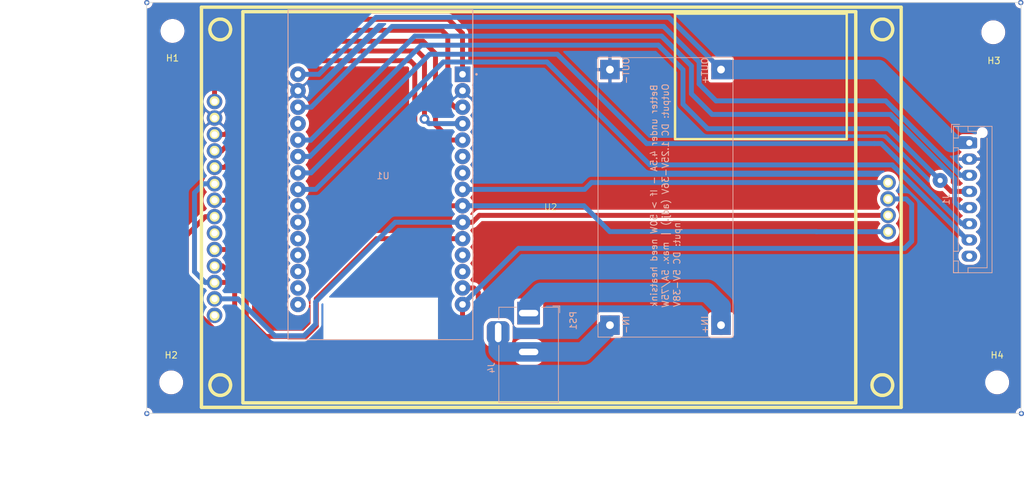
<source format=kicad_pcb>
(kicad_pcb (version 20221018) (generator pcbnew)
  (layers (0 "F.Cu" signal) (31 "B.Cu" signal) (34 "B.Paste" user) (35 "F.Paste" user) (36 "B.SilkS" user "B.Silkscreen") (37 "F.SilkS" user "F.Silkscreen") (38 "B.Mask" user) (39 "F.Mask" user) (44 "Edge.Cuts" user))
  (net 0 "")
  (net 1 "/CLK SD{slash}TFT{slash}TOUCH")
  (net 2 "/MISO SD{slash}TFT{slash}TOUCH")
  (net 3 "/MOSI SD{slash}TFT{slash}TOUCH")
  (net 4 "/CS SD")
  (net 5 "VCC")
  (net 6 "GND1")
  (net 7 "/CS TFT")
  (net 8 "/RST TFT")
  (net 9 "/D{slash}C TFT")
  (net 10 "/CS TOUCH")
  (net 11 "/PEN")
  (net 12 "+5V")
  (net 13 "+12V")
  (net 14 "GND")
  (net 19 "/SERVO")
  (net 20 "/LED DATA PIN")
  (net 22 "/LED CLK PIN")
  (net 23 "/LED CS PIN")
  (net 24 "/LDR")
  (net 33 "/BACK_LIGHT")
  (footprint "MountingHole:MountingHole_3.2mm_M3" (layer "F.Cu") (at 87.802 122.822)
    (fp_text reference "H2" (at 0 -4.2) (layer "F.SilkS"))
    (fp_text value "MountingHole" hide)
    (pad "" np_thru_hole circle (at 0 0) (size 3.2 3.2) (drill 3.2) (layers "*.Cu" "*.Mask"))
  )
  (footprint "MountingHole:MountingHole_3.2mm_M3" (layer "F.Cu") (at 215.302 122.822)
    (fp_text reference "H4" (at 0 -4.2) (layer "F.SilkS"))
    (fp_text value "MountingHole" hide)
    (pad "" np_thru_hole circle (at 0 0) (size 3.2 3.2) (drill 3.2) (layers "*.Cu" "*.Mask"))
  )
  (footprint "MountingHole:MountingHole_3.2mm_M3" (layer "F.Cu") (at 214.702 68.722)
    (fp_text reference "H3" (at 0.1 4.4) (layer "F.SilkS"))
    (fp_text value "MountingHole" hide)
    (pad "" np_thru_hole circle (at 0 0) (size 3.2 3.2) (drill 3.2) (layers "*.Cu" "*.Mask"))
  )
  (footprint "MountingHole:MountingHole_3.2mm_M3" (layer "F.Cu") (at 88.002 68.522)
    (fp_text reference "H1" (at 0 4.2) (layer "F.SilkS"))
    (fp_text value "MountingHole" hide)
    (pad "" np_thru_hole circle (at 0 0) (size 3.2 3.2) (drill 3.2) (layers "*.Cu" "*.Mask"))
  )
  (footprint "ILI9488:ILI9488" (layer "F.Cu") (at 146.476 95.84)
    (fp_text reference "U2" (at -0.1 -0.1 unlocked) (layer "F.SilkS") (effects (font (thickness 0.1))))
    (fp_text value "ILI9488")
    (fp_line (start -54 -31) (end -54 30.85) (stroke (width 0.5)) (layer "F.SilkS"))
    (fp_line (start -54 -31) (end -54 30.85) (stroke (width 0.5)) (layer "F.SilkS"))
    (fp_line (start -54 30.85) (end 54 30.85) (stroke (width 0.5)) (layer "F.SilkS"))
    (fp_line (start -54 30.85) (end 54 30.85) (stroke (width 0.5)) (layer "F.SilkS"))
    (fp_line (start -47.6 -30.3) (end -47.6 30.15) (stroke (width 0.5)) (layer "F.SilkS"))
    (fp_line (start -47.6 -30.3) (end -47.6 30.15) (stroke (width 0.5)) (layer "F.SilkS"))
    (fp_line (start -47.6 30.15) (end 47 30.15) (stroke (width 0.5)) (layer "F.SilkS"))
    (fp_line (start -47.6 30.15) (end 47 30.15) (stroke (width 0.5)) (layer "F.SilkS"))
    (fp_line (start 19.1 -30) (end 19.1 -10.6) (stroke (width 0.35)) (layer "F.SilkS"))
    (fp_line (start 19.1 -30) (end 19.1 -10.6) (stroke (width 0.35)) (layer "F.SilkS"))
    (fp_line (start 19.1 -10.6) (end 45.6 -10.6) (stroke (width 0.35)) (layer "F.SilkS"))
    (fp_line (start 19.1 -10.6) (end 45.6 -10.6) (stroke (width 0.35)) (layer "F.SilkS"))
    (fp_line (start 45.6 -30) (end 19.1 -30) (stroke (width 0.35)) (layer "F.SilkS"))
    (fp_line (start 45.6 -30) (end 19.1 -30) (stroke (width 0.35)) (layer "F.SilkS"))
    (fp_line (start 45.6 -10.6) (end 45.6 -30) (stroke (width 0.35)) (layer "F.SilkS"))
    (fp_line (start 45.6 -10.6) (end 45.6 -30) (stroke (width 0.35)) (layer "F.SilkS"))
    (fp_line (start 47 -30.3) (end -47.6 -30.3) (stroke (width 0.5)) (layer "F.SilkS"))
    (fp_line (start 47 -30.3) (end -47.6 -30.3) (stroke (width 0.5)) (layer "F.SilkS"))
    (fp_line (start 47 30.15) (end 47 -30.3) (stroke (width 0.5)) (layer "F.SilkS"))
    (fp_line (start 47 30.15) (end 47 -30.3) (stroke (width 0.5)) (layer "F.SilkS"))
    (fp_line (start 54 -31) (end -54 -31) (stroke (width 0.5)) (layer "F.SilkS"))
    (fp_line (start 54 -31) (end -54 -31) (stroke (width 0.5)) (layer "F.SilkS"))
    (fp_line (start 54 30.85) (end 54 -31) (stroke (width 0.5)) (layer "F.SilkS"))
    (fp_line (start 54 30.85) (end 54 -31) (stroke (width 0.5)) (layer "F.SilkS"))
    (fp_circle (center -51.98 -16.48) (end -51.48 -16.48) (stroke (width 0.5)) (fill none) (layer "F.SilkS"))
    (fp_circle (center -51.98 -16.48) (end -51.48 -16.48) (stroke (width 0.5)) (fill none) (layer "F.SilkS"))
    (fp_circle (center -51.98 -13.926) (end -51.48 -13.926) (stroke (width 0.5)) (fill none) (layer "F.SilkS"))
    (fp_circle (center -51.98 -13.926) (end -51.48 -13.926) (stroke (width 0.5)) (fill none) (layer "F.SilkS"))
    (fp_circle (center -51.98 -11.372) (end -51.48 -11.372) (stroke (width 0.5)) (fill none) (layer "F.SilkS"))
    (fp_circle (center -51.98 -11.372) (end -51.48 -11.372) (stroke (width 0.5)) (fill none) (layer "F.SilkS"))
    (fp_circle (center -51.98 -8.818) (end -51.48 -8.818) (stroke (width 0.5)) (fill none) (layer "F.SilkS"))
    (fp_circle (center -51.98 -8.818) (end -51.48 -8.818) (stroke (width 0.5)) (fill none) (layer "F.SilkS"))
    (fp_circle (center -51.98 -6.264) (end -51.48 -6.264) (stroke (width 0.5)) (fill none) (layer "F.SilkS"))
    (fp_circle (center -51.98 -6.264) (end -51.48 -6.264) (stroke (width 0.5)) (fill none) (layer "F.SilkS"))
    (fp_circle (center -51.98 -3.71) (end -51.48 -3.71) (stroke (width 0.5)) (fill none) (layer "F.SilkS"))
    (fp_circle (center -51.98 -3.71) (end -51.48 -3.71) (stroke (width 0.5)) (fill none) (layer "F.SilkS"))
    (fp_circle (center -51.98 -1.156) (end -51.48 -1.156) (stroke (width 0.5)) (fill none) (layer "F.SilkS"))
    (fp_circle (center -51.98 -1.156) (end -51.48 -1.156) (stroke (width 0.5)) (fill none) (layer "F.SilkS"))
    (fp_circle (center -51.98 1.398) (end -51.48 1.398) (stroke (width 0.5)) (fill none) (layer "F.SilkS"))
    (fp_circle (center -51.98 1.398) (end -51.48 1.398) (stroke (width 0.5)) (fill none) (layer "F.SilkS"))
    (fp_circle (center -51.98 3.952) (end -51.48 3.952) (stroke (width 0.5)) (fill none) (layer "F.SilkS"))
    (fp_circle (center -51.98 3.952) (end -51.48 3.952) (stroke (width 0.5)) (fill none) (layer "F.SilkS"))
    (fp_circle (center -51.98 6.506) (end -51.48 6.506) (stroke (width 0.5)) (fill none) (layer "F.SilkS"))
    (fp_circle (center -51.98 6.506) (end -51.48 6.506) (stroke (width 0.5)) (fill none) (layer "F.SilkS"))
    (fp_circle (center -51.98 9.06) (end -51.48 9.06) (stroke (width 0.5)) (fill none) (layer "F.SilkS"))
    (fp_circle (center -51.98 9.06) (end -51.48 9.06) (stroke (width 0.5)) (fill none) (layer "F.SilkS"))
    (fp_circle (center -51.98 11.614) (end -51.48 11.614) (stroke (width 0.5)) (fill none) (layer "F.SilkS"))
    (fp_circle (center -51.98 11.614) (end -51.48 11.614) (stroke (width 0.5)) (fill none) (layer "F.SilkS"))
    (fp_circle (center -51.98 14.168) (end -51.48 14.168) (stroke (width 0.5)) (fill none) (layer "F.SilkS"))
    (fp_circle (center -51.98 14.168) (end -51.48 14.168) (stroke (width 0.5)) (fill none) (layer "F.SilkS"))
    (fp_circle (center -51.98 16.722) (end -51.48 16.722) (stroke (width 0.5)) (fill none) (layer "F.SilkS"))
    (fp_circle (center -51.98 16.722) (end -51.48 16.722) (stroke (width 0.5)) (fill none) (layer "F.SilkS"))
    (fp_circle (center -51.1 -27.55) (end -49.5 -27.55) (stroke (width 0.5)) (fill none) (layer "F.SilkS"))
    (fp_circle (center -51.1 -27.55) (end -49.5 -27.55) (stroke (width 0.5)) (fill none) (layer "F.SilkS"))
    (fp_circle (center -51.1 27.4) (end -49.5 27.4) (stroke (width 0.5)) (fill none) (layer "F.SilkS"))
    (fp_circle (center -51.1 27.4) (end -49.5 27.4) (stroke (width 0.5)) (fill none) (layer "F.SilkS"))
    (fp_circle (center 51.1 -27.55) (end 52.7 -27.55) (stroke (width 0.5)) (fill none) (layer "F.SilkS"))
    (fp_circle (center 51.1 -27.55) (end 52.7 -27.55) (stroke (width 0.5)) (fill none) (layer "F.SilkS"))
    (fp_circle (center 51.1 27.4) (end 52.7 27.4) (stroke (width 0.5)) (fill none) (layer "F.SilkS"))
    (fp_circle (center 51.1 27.4) (end 52.7 27.4) (stroke (width 0.5)) (fill none) (layer "F.SilkS"))
    (fp_circle (center 51.98 -3.88) (end 52.48 -3.88) (stroke (width 0.5)) (fill none) (layer "F.SilkS"))
    (fp_circle (center 51.98 -3.88) (end 52.48 -3.88) (stroke (width 0.5)) (fill none) (layer "F.SilkS"))
    (fp_circle (center 51.98 -1.34) (end 52.48 -1.34) (stroke (width 0.5)) (fill none) (layer "F.SilkS"))
    (fp_circle (center 51.98 -1.34) (end 52.48 -1.34) (stroke (width 0.5)) (fill none) (layer "F.SilkS"))
    (fp_circle (center 51.98 1.2) (end 52.48 1.2) (stroke (width 0.5)) (fill none) (layer "F.SilkS"))
    (fp_circle (center 51.98 1.2) (end 52.48 1.2) (stroke (width 0.5)) (fill none) (layer "F.SilkS"))
    (fp_circle (center 51.98 3.74) (end 52.48 3.74) (stroke (width 0.5)) (fill none) (layer "F.SilkS"))
    (fp_circle (center 51.98 3.74) (end 52.48 3.74) (stroke (width 0.5)) (fill none) (layer "F.SilkS"))
    (pad "1" thru_hole circle (at -51.98 -16.405) (size 2.4 2.4) (drill 1) (layers "*.Cu" "*.Mask") (net 5 "VCC"))
    (pad "2" thru_hole circle (at -51.98 -13.86) (size 2.4 2.4) (drill 1) (layers "*.Cu" "*.Mask") (net 6 "GND1"))
    (pad "3" thru_hole circle (at -51.98 -11.32) (size 2.4 2.4) (drill 1) (layers "*.Cu" "*.Mask") (net 7 "/CS TFT"))
    (pad "4" thru_hole circle (at -51.98 -8.78) (size 2.4 2.4) (drill 1) (layers "*.Cu" "*.Mask") (net 8 "/RST TFT"))
    (pad "5" thru_hole circle (at -51.98 -6.24) (size 2.4 2.4) (drill 1) (layers "*.Cu" "*.Mask") (net 9 "/D{slash}C TFT"))
    (pad "6" thru_hole circle (at -51.98 -3.7) (size 2.4 2.4) (drill 1) (layers "*.Cu" "*.Mask") (net 3 "/MOSI SD{slash}TFT{slash}TOUCH"))
    (pad "7" thru_hole circle (at -51.98 -1.16) (size 2.4 2.4) (drill 1) (layers "*.Cu" "*.Mask") (net 1 "/CLK SD{slash}TFT{slash}TOUCH"))
    (pad "8" thru_hole circle (at -51.98 1.38) (size 2.4 2.4) (drill 1) (layers "*.Cu" "*.Mask") (net 33 "/BACK_LIGHT"))
    (pad "9" thru_hole circle (at -51.98 3.92) (size 2.4 2.4) (drill 1) (layers "*.Cu" "*.Mask"))
    (pad "10" thru_hole circle (at -51.98 6.46) (size 2.4 2.4) (drill 1) (layers "*.Cu" "*.Mask") (net 1 "/CLK SD{slash}TFT{slash}TOUCH"))
    (pad "11" thru_hole circle (at -51.98 9) (size 2.4 2.4) (drill 1) (layers "*.Cu" "*.Mask") (net 10 "/CS TOUCH"))
    (pad "12" thru_hole circle (at -51.98 11.54) (size 2.4 2.4) (drill 1) (layers "*.Cu" "*.Mask") (net 3 "/MOSI SD{slash}TFT{slash}TOUCH"))
    (pad "13" thru_hole circle (at -51.98 14.08) (size 2.4 2.4) (drill 1) (layers "*.Cu" "*.Mask") (net 2 "/MISO SD{slash}TFT{slash}TOUCH"))
    (pad "14" thru_hole circle (at -51.98 16.62) (size 2.4 2.4) (drill 1) (layers "*.Cu" "*.Mask") (net 11 "/PEN"))
    (pad "15" thru_hole circle (at 51.98 -3.9) (size 2.4 2.4) (drill 1) (layers "*.Cu" "*.Mask") (net 4 "/CS SD"))
    (pad "16" thru_hole circle (at 51.98 -1.36) (size 2.4 2.4) (drill 1) (layers "*.Cu" "*.Mask") (net 3 "/MOSI SD{slash}TFT{slash}TOUCH"))
    (pad "17" thru_hole circle (at 51.98 1.18) (size 2.4 2.4) (drill 1) (layers "*.Cu" "*.Mask") (net 2 "/MISO SD{slash}TFT{slash}TOUCH"))
    (pad "18" thru_hole circle (at 52 3.7) (size 2.4 2.4) (drill 1) (layers "*.Cu" "*.Mask") (net 1 "/CLK SD{slash}TFT{slash}TOUCH"))
  )
  (footprint "BARRELJACK:BarrelJack_Horizontal" (layer "B.Cu") (at 142.976 112.12 90)
    (fp_text reference "J4" (at -8.45 -5.75 90) (layer "B.SilkS") (effects (justify mirror)))
    (fp_text value "BarrelJack")
    (fp_line (start -13.8 -4.6) (end -13.8 4.6) (stroke (width 0.12)) (layer "B.SilkS"))
    (fp_line (start -13.8 4.6) (end 0.9 4.6) (stroke (width 0.12)) (layer "B.SilkS"))
    (fp_line (start -5 -4.6) (end -13.8 -4.6) (stroke (width 0.12)) (layer "B.SilkS"))
    (fp_line (start 0.05 4.8) (end 1.1 4.8) (stroke (width 0.12)) (layer "B.SilkS"))
    (fp_line (start 0.9 -4.6) (end -1 -4.6) (stroke (width 0.12)) (layer "B.SilkS"))
    (fp_line (start 0.9 -1.9) (end 0.9 -4.6) (stroke (width 0.12)) (layer "B.SilkS"))
    (fp_line (start 0.9 4.6) (end 0.9 2) (stroke (width 0.12)) (layer "B.SilkS"))
    (fp_line (start 1.1 3.75) (end 1.1 4.8) (stroke (width 0.12)) (layer "B.SilkS"))
    (pad "1" thru_hole rect (at 0 0 90) (size 3.5 3.5) (drill oval 1 3) (layers "*.Cu" "*.Mask") (net 13 "+12V"))
    (pad "2" thru_hole roundrect (at -6 0 90) (size 3 3.5) (drill oval 1 3) (layers "*.Cu" "*.Mask") (net 14 "GND"))
    (pad "3" thru_hole roundrect (at -3 -4.7 90) (size 3.5 3.5) (drill oval 3 1) (layers "*.Cu" "*.Mask") (net 14 "GND"))
  )
  (footprint "XL4005:XL4005_DC-DC_SinAgujeros" (layer "B.Cu") (at 153.688 115.824 90)
    (fp_text reference "PS1" (at 2.54 -3.81 90) (layer "B.SilkS") (effects (justify mirror)))
    (fp_text value "XL4005_DC-DC")
    (fp_text user "Output: DC 1.25V-36V (adj.) | max. 5A/75W" (at 21.844 10.414 90) (layer "B.SilkS") (effects (justify mirror)))
    (fp_text user "OUT-" (at 41.148 4.318 90) (layer "B.SilkS") (effects (justify mirror)))
    (fp_text user "IN+" (at 1.905 16.51 90) (layer "B.SilkS") (effects (justify mirror)))
    (fp_text user "IN-" (at 1.905 4.318 90) (layer "B.SilkS") (effects (justify mirror)))
    (fp_text user "OUT+" (at 41.148 16.51 90) (layer "B.SilkS") (effects (justify mirror)))
    (fp_text user "Better under 4.5A - If > 50W need heatsink" (at 21.844 8.636 90) (layer "B.SilkS") (effects (justify mirror)))
    (fp_text user "Input: DC 5V-38V" (at 11.43 12.192 90) (layer "B.SilkS") (effects (justify mirror)))
    (fp_line (start 0 0) (end 0 20.828) (stroke (width 0.12)) (layer "B.SilkS"))
    (fp_line (start 0 20.828) (end 43.18 20.828) (stroke (width 0.12)) (layer "B.SilkS"))
    (fp_line (start 43.18 0) (end 0 0) (stroke (width 0.12)) (layer "B.SilkS"))
    (fp_line (start 43.18 20.828) (end 43.18 0) (stroke (width 0.12)) (layer "B.SilkS"))
    (pad "1" thru_hole rect (at 1.8415 18.9865 90) (size 3 3) (drill 1.2) (layers "*.Cu" "*.Mask") (net 13 "+12V"))
    (pad "2" thru_hole rect (at 1.8415 1.8415 90) (size 3 3) (drill 1.2) (layers "*.Cu" "*.Mask") (net 14 "GND"))
    (pad "3" thru_hole rect (at 41.3385 18.9865 90) (size 3 3) (drill 1.2) (layers "*.Cu" "*.Mask") (net 12 "+5V"))
    (pad "4" thru_hole rect (at 41.3385 1.8415 90) (size 3 3) (drill 1.2) (layers "*.Cu" "*.Mask") (net 6 "GND1"))
  )
  (footprint "ESP32-DEVKIT-V1:MODULE_ESP32_DEVKIT_V1_SinAgujeros" (layer "B.Cu") (at 120.076 90.735 180)
    (fp_text reference "U1" (at -0.426 -0.187) (layer "B.SilkS") (effects (justify mirror)))
    (fp_text value "ESP32-DEVKIT-V1")
    (fp_line (start -14.28 -25.475) (end -14.28 25.475) (stroke (width 0.127)) (layer "B.SilkS"))
    (fp_line (start -14.28 -25.475) (end -14.28 25.475) (stroke (width 0.127)) (layer "B.SilkS"))
    (fp_line (start -14.28 -25.475) (end -8.91 -25.475) (stroke (width 0.127)) (layer "B.SilkS"))
    (fp_line (start -14.28 25.475) (end -3.211 25.475) (stroke (width 0.127)) (layer "B.SilkS"))
    (fp_line (start -14.28 25.475) (end 14.23 25.475) (stroke (width 0.127)) (layer "B.SilkS"))
    (fp_line (start -8.91 -25.475) (end 8.78 -25.475) (stroke (width 0.127)) (layer "B.SilkS"))
    (fp_line (start -3.211 25.475) (end 3.5 25.475) (stroke (width 0.127)) (layer "B.SilkS"))
    (fp_line (start 3.5 25.475) (end 14.23 25.475) (stroke (width 0.127)) (layer "B.SilkS"))
    (fp_line (start 8.78 -25.475) (end 14.23 -25.475) (stroke (width 0.127)) (layer "B.SilkS"))
    (fp_line (start 14.23 -25.475) (end -14.28 -25.475) (stroke (width 0.127)) (layer "B.SilkS"))
    (fp_line (start 14.23 25.475) (end 14.23 -25.475) (stroke (width 0.127)) (layer "B.SilkS"))
    (fp_line (start 14.23 25.475) (end 14.23 -25.475) (stroke (width 0.127)) (layer "B.SilkS"))
    (fp_circle (center -14.85 15.515) (end -14.75 15.515) (stroke (width 0.2)) (fill none) (layer "B.SilkS"))
    (pad "1" thru_hole rect (at -12.7 15.515 180) (size 2.4 2.4) (drill 1.02) (layers "*.Cu" "*.Mask") (net 5 "VCC"))
    (pad "2" thru_hole circle (at -12.7 12.975 180) (size 2.4 2.4) (drill 1.02) (layers "*.Cu" "*.Mask") (net 6 "GND1"))
    (pad "3" thru_hole circle (at -12.7 10.435 180) (size 2.4 2.4) (drill 1.02) (layers "*.Cu" "*.Mask") (net 7 "/CS TFT"))
    (pad "4" thru_hole circle (at -12.7 7.895 180) (size 2.4 2.4) (drill 1.02) (layers "*.Cu" "*.Mask") (net 9 "/D{slash}C TFT"))
    (pad "5" thru_hole circle (at -12.7 5.355 180) (size 2.4 2.4) (drill 1.02) (layers "*.Cu" "*.Mask") (net 8 "/RST TFT"))
    (pad "6" thru_hole circle (at -12.7 2.815 180) (size 2.4 2.4) (drill 1.02) (layers "*.Cu" "*.Mask"))
    (pad "7" thru_hole circle (at -12.7 0.275 180) (size 2.4 2.4) (drill 1.02) (layers "*.Cu" "*.Mask"))
    (pad "8" thru_hole circle (at -12.7 -2.265 180) (size 2.4 2.4) (drill 1.02) (layers "*.Cu" "*.Mask") (net 4 "/CS SD"))
    (pad "9" thru_hole circle (at -12.7 -4.805 180) (size 2.4 2.4) (drill 1.02) (layers "*.Cu" "*.Mask") (net 1 "/CLK SD{slash}TFT{slash}TOUCH"))
    (pad "10" thru_hole circle (at -12.7 -7.345 180) (size 2.4 2.4) (drill 1.02) (layers "*.Cu" "*.Mask") (net 2 "/MISO SD{slash}TFT{slash}TOUCH"))
    (pad "11" thru_hole circle (at -12.7 -9.885 180) (size 2.4 2.4) (drill 1.02) (layers "*.Cu" "*.Mask") (net 10 "/CS TOUCH"))
    (pad "12" thru_hole circle (at -12.7 -12.425 180) (size 2.4 2.4) (drill 1.02) (layers "*.Cu" "*.Mask"))
    (pad "13" thru_hole circle (at -12.7 -14.965 180) (size 2.4 2.4) (drill 1.02) (layers "*.Cu" "*.Mask"))
    (pad "14" thru_hole circle (at -12.7 -17.505 180) (size 2.4 2.4) (drill 1.02) (layers "*.Cu" "*.Mask") (net 33 "/BACK_LIGHT"))
    (pad "15" thru_hole circle (at -12.7 -20.045 180) (size 2.4 2.4) (drill 1.02) (layers "*.Cu" "*.Mask") (net 3 "/MOSI SD{slash}TFT{slash}TOUCH"))
    (pad "16" thru_hole circle (at 12.7 -20.045 180) (size 2.4 2.4) (drill 1.02) (layers "*.Cu" "*.Mask"))
    (pad "17" thru_hole circle (at 12.7 -17.505 180) (size 2.4 2.4) (drill 1.02) (layers "*.Cu" "*.Mask"))
    (pad "18" thru_hole circle (at 12.7 -14.965 180) (size 2.4 2.4) (drill 1.02) (layers "*.Cu" "*.Mask"))
    (pad "19" thru_hole circle (at 12.7 -12.425 180) (size 2.4 2.4) (drill 1.02) (layers "*.Cu" "*.Mask"))
    (pad "20" thru_hole circle (at 12.7 -9.885 180) (size 2.4 2.4) (drill 1.02) (layers "*.Cu" "*.Mask"))
    (pad "21" thru_hole circle (at 12.7 -7.345 180) (size 2.4 2.4) (drill 1.02) (layers "*.Cu" "*.Mask"))
    (pad "22" thru_hole circle (at 12.7 -4.805 180) (size 2.4 2.4) (drill 1.02) (layers "*.Cu" "*.Mask"))
    (pad "23" thru_hole circle (at 12.7 -2.265 180) (size 2.4 2.4) (drill 1.02) (layers "*.Cu" "*.Mask") (net 24 "/LDR"))
    (pad "24" thru_hole circle (at 12.7 0.275 180) (size 2.4 2.4) (drill 1.02) (layers "*.Cu" "*.Mask") (net 19 "/SERVO"))
    (pad "25" thru_hole circle (at 12.7 2.815 180) (size 2.4 2.4) (drill 1.02) (layers "*.Cu" "*.Mask") (net 23 "/LED CS PIN"))
    (pad "26" thru_hole circle (at 12.7 5.355 180) (size 2.4 2.4) (drill 1.02) (layers "*.Cu" "*.Mask") (net 22 "/LED CLK PIN"))
    (pad "27" thru_hole circle (at 12.7 7.895 180) (size 2.4 2.4) (drill 1.02) (layers "*.Cu" "*.Mask"))
    (pad "28" thru_hole circle (at 12.7 10.435 180) (size 2.4 2.4) (drill 1.02) (layers "*.Cu" "*.Mask") (net 20 "/LED DATA PIN"))
    (pad "29" thru_hole circle (at 12.7 12.975 180) (size 2.4 2.4) (drill 1.02) (layers "*.Cu" "*.Mask") (net 6 "GND1"))
    (pad "30" thru_hole circle (at 12.7 15.515 180) (size 2.4 2.4) (drill 1.02) (layers "*.Cu" "*.Mask") (net 12 "+5V"))
    (zone (net 0) (net_name "") (layer "F.Cu") (connect_pads (clearance 0)) (min_thickness 0.01)
      (keepout (tracks not_allowed) (vias not_allowed) (pads not_allowed) (copperpour not_allowed) (footprints allowed))
      (fill (thermal_gap 0.508) (thermal_bridge_width 0.508))
      (polygon (pts (xy 128.986 109.72) (xy 111.296 109.72) (xy 111.296 116.21) (xy 128.986 116.21)))
    )
    (zone (net 0) (net_name "") (layer "B.Cu") (connect_pads (clearance 0)) (min_thickness 0.01)
      (keepout (tracks not_allowed) (vias not_allowed) (pads not_allowed) (copperpour not_allowed) (footprints allowed))
      (fill (thermal_gap 0.508) (thermal_bridge_width 0.508))
      (polygon (pts (xy 128.986 109.72) (xy 111.296 109.72) (xy 111.296 116.21) (xy 128.986 116.21)))
    )
  )
  (footprint "Connector_JST:JST_XH_B8B-XH-AM_1x08_P2.50mm_Vertical" (layer "B.Cu") (at 211.002 85.822 -90)
    (fp_text reference "J1" (at 8.75 3.55 90) (layer "B.SilkS") (effects (justify mirror)))
    (fp_text value "Screw_Terminal_01x08")
    (fp_line (start -2.85 2.75) (end -2.85 1.5) (stroke (width 0.12)) (layer "B.SilkS"))
    (fp_line (start -2.56 -3.51) (end 20.06 -3.51) (stroke (width 0.12)) (layer "B.SilkS"))
    (fp_line (start -2.56 2.46) (end -2.56 -3.51) (stroke (width 0.12)) (layer "B.SilkS"))
    (fp_line (start -2.55 0.2) (end -1.8 0.2) (stroke (width 0.12)) (layer "B.SilkS"))
    (fp_line (start -2.55 1.7) (end -0.75 1.7) (stroke (width 0.12)) (layer "B.SilkS"))
    (fp_line (start -2.55 2.45) (end -2.55 1.7) (stroke (width 0.12)) (layer "B.SilkS"))
    (fp_line (start -1.8 0.2) (end -1.8 -1.14) (stroke (width 0.12)) (layer "B.SilkS"))
    (fp_line (start -1.6 2.75) (end -2.85 2.75) (stroke (width 0.12)) (layer "B.SilkS"))
    (fp_line (start -0.75 1.7) (end -0.75 2.45) (stroke (width 0.12)) (layer "B.SilkS"))
    (fp_line (start -0.75 2.45) (end -2.55 2.45) (stroke (width 0.12)) (layer "B.SilkS"))
    (fp_line (start 0.75 1.7) (end 16.75 1.7) (stroke (width 0.12)) (layer "B.SilkS"))
    (fp_line (start 0.75 2.45) (end 0.75 1.7) (stroke (width 0.12)) (layer "B.SilkS"))
    (fp_line (start 8.75 -2.75) (end -0.74 -2.75) (stroke (width 0.12)) (layer "B.SilkS"))
    (fp_line (start 16.75 1.7) (end 16.75 2.45) (stroke (width 0.12)) (layer "B.SilkS"))
    (fp_line (start 16.75 2.45) (end 0.75 2.45) (stroke (width 0.12)) (layer "B.SilkS"))
    (fp_line (start 18.25 1.7) (end 20.05 1.7) (stroke (width 0.12)) (layer "B.SilkS"))
    (fp_line (start 18.25 2.45) (end 18.25 1.7) (stroke (width 0.12)) (layer "B.SilkS"))
    (fp_line (start 19.3 -2.75) (end 8.75 -2.75) (stroke (width 0.12)) (layer "B.SilkS"))
    (fp_line (start 19.3 0.2) (end 19.3 -2.75) (stroke (width 0.12)) (layer "B.SilkS"))
    (fp_line (start 20.05 0.2) (end 19.3 0.2) (stroke (width 0.12)) (layer "B.SilkS"))
    (fp_line (start 20.05 1.7) (end 20.05 2.45) (stroke (width 0.12)) (layer "B.SilkS"))
    (fp_line (start 20.05 2.45) (end 18.25 2.45) (stroke (width 0.12)) (layer "B.SilkS"))
    (fp_line (start 20.06 -3.51) (end 20.06 2.46) (stroke (width 0.12)) (layer "B.SilkS"))
    (fp_line (start 20.06 2.46) (end -2.56 2.46) (stroke (width 0.12)) (layer "B.SilkS"))
    (pad "" np_thru_hole circle (at -1.6 -2 270) (size 1.2 1.2) (drill 1.2) (layers "*.Cu" "*.Mask"))
    (pad "1" thru_hole roundrect (at 0 0 270) (size 1.7 2.4) (drill 0.95) (layers "*.Cu" "*.Mask") (roundrect_rratio 0.1470588235) (net 12 "+5V"))
    (pad "2" thru_hole oval (at 2.5 0 270) (size 1.7 2.4) (drill 0.95) (layers "*.Cu" "*.Mask") (net 6 "GND1"))
    (pad "3" thru_hole oval (at 5 0 270) (size 1.7 2.4) (drill 0.95) (layers "*.Cu" "*.Mask") (net 20 "/LED DATA PIN"))
    (pad "4" thru_hole oval (at 7.5 0 270) (size 1.7 2.4) (drill 0.95) (layers "*.Cu" "*.Mask") (net 23 "/LED CS PIN"))
    (pad "5" thru_hole oval (at 10 0 270) (size 1.7 2.4) (drill 0.95) (layers "*.Cu" "*.Mask") (net 22 "/LED CLK PIN"))
    (pad "6" thru_hole oval (at 12.5 0 270) (size 1.7 2.4) (drill 0.95) (layers "*.Cu" "*.Mask") (net 19 "/SERVO"))
    (pad "7" thru_hole oval (at 15 0 270) (size 1.7 2.4) (drill 0.95) (layers "*.Cu" "*.Mask") (net 24 "/LDR"))
    (pad "8" thru_hole oval (at 17.5 0 270) (size 1.7 2.4) (drill 0.95) (layers "*.Cu" "*.Mask"))
  )
  (gr_rect (start 84.016 64.122) (end 218.996 127.622) (stroke (width 0.1)) (fill none) (layer "Edge.Cuts"))
  (gr_text "SERGIO CARRASCO\nPANEL EMERGENCIA EN CARRETERA V1" (at 154.942 123.722) (layer "F.Cu") (effects (font (size 2 2) (thickness 0.3)) (justify left bottom)))
  (via (at 219.044 127.64) (size 0.8) (drill 0.4) (layers "F.Cu" "B.Cu") (net 0))
  (via (at 84.044 127.64) (size 0.8) (drill 0.4) (layers "F.Cu" "B.Cu") (net 0))
  (via (at 84.044 64.14) (size 0.8) (drill 0.4) (layers "F.Cu" "B.Cu") (net 0))
  (via (at 218.944 64.14) (size 0.8) (drill 0.4) (layers "F.Cu" "B.Cu") (net 0))
  (segment (start 125.402 90.122) (end 130.82 95.54) (width 0.762) (layer "F.Cu") (net 1))
  (segment (start 130.82 95.54) (end 132.776 95.54) (width 0.762) (layer "F.Cu") (net 1))
  (segment (start 96.944 94.68) (end 102.802 88.822) (width 0.762) (layer "F.Cu") (net 1))
  (segment (start 97.002 101.722) (end 97.002 94.738) (width 0.762) (layer "F.Cu") (net 1))
  (segment (start 102.802 74.622) (end 104.302 73.122) (width 0.762) (layer "F.Cu") (net 1))
  (segment (start 102.802 88.822) (end 102.802 74.622) (width 0.762) (layer "F.Cu") (net 1))
  (segment (start 104.302 73.122) (end 124.702 73.122) (width 0.762) (layer "F.Cu") (net 1))
  (segment (start 125.402 73.822) (end 125.402 90.122) (width 0.762) (layer "F.Cu") (net 1))
  (segment (start 94.496 102.3) (end 96.424 102.3) (width 0.762) (layer "F.Cu") (net 1))
  (segment (start 97.002 94.738) (end 96.944 94.68) (width 0.762) (layer "F.Cu") (net 1))
  (segment (start 96.424 102.3) (end 97.002 101.722) (width 0.762) (layer "F.Cu") (net 1))
  (segment (start 94.496 94.68) (end 96.944 94.68) (width 0.762) (layer "F.Cu") (net 1))
  (segment (start 124.702 73.122) (end 125.402 73.822) (width 0.762) (layer "F.Cu") (net 1))
  (segment (start 187.402 99.522) (end 155.502 99.522) (width 0.762) (layer "B.Cu") (net 1))
  (segment (start 187.42 99.54) (end 187.402 99.522) (width 0.762) (layer "B.Cu") (net 1))
  (segment (start 155.502 99.522) (end 151.52 95.54) (width 0.762) (layer "B.Cu") (net 1))
  (segment (start 151.52 95.54) (end 132.776 95.54) (width 0.762) (layer "B.Cu") (net 1))
  (segment (start 198.476 99.54) (end 187.42 99.54) (width 0.762) (layer "B.Cu") (net 1))
  (segment (start 134.302 98.08) (end 132.776 98.08) (width 0.762) (layer "F.Cu") (net 2))
  (segment (start 135.362 97.02) (end 134.302 98.08) (width 0.762) (layer "F.Cu") (net 2))
  (segment (start 198.456 97.02) (end 135.362 97.02) (width 0.762) (layer "F.Cu") (net 2))
  (segment (start 122.397184 98.08) (end 132.776 98.08) (width 0.762) (layer "B.Cu") (net 2))
  (segment (start 108.302 115.622) (end 110.102 113.822) (width 0.762) (layer "B.Cu") (net 2))
  (segment (start 103.802 115.622) (end 108.302 115.622) (width 0.762) (layer "B.Cu") (net 2))
  (segment (start 110.102 110.375184) (end 122.397184 98.08) (width 0.762) (layer "B.Cu") (net 2))
  (segment (start 110.102 113.822) (end 110.102 110.375184) (width 0.762) (layer "B.Cu") (net 2))
  (segment (start 94.496 109.92) (end 98.1 109.92) (width 0.762) (layer "B.Cu") (net 2))
  (segment (start 98.1 109.92) (end 99.002 110.822) (width 0.762) (layer "B.Cu") (net 2))
  (segment (start 99.002 110.822) (end 103.802 115.622) (width 0.762) (layer "B.Cu") (net 2))
  (segment (start 128.312816 117.422) (end 132.776 112.958816) (width 0.762) (layer "F.Cu") (net 3))
  (segment (start 97.602 113.122) (end 101.902 117.422) (width 0.762) (layer "F.Cu") (net 3))
  (segment (start 96.36 107.38) (end 97.602 108.622) (width 0.762) (layer "F.Cu") (net 3))
  (segment (start 97.602 108.622) (end 97.602 113.122) (width 0.762) (layer "F.Cu") (net 3))
  (segment (start 101.902 117.422) (end 128.312816 117.422) (width 0.762) (layer "F.Cu") (net 3))
  (segment (start 132.776 112.958816) (end 132.776 110.78) (width 0.762) (layer "F.Cu") (net 3))
  (segment (start 94.496 107.38) (end 96.36 107.38) (width 0.762) (layer "F.Cu") (net 3))
  (segment (start 91.402 93.522) (end 91.402 105.722) (width 0.762) (layer "B.Cu") (net 3))
  (segment (start 92.784 92.14) (end 91.402 93.522) (width 0.762) (layer "B.Cu") (net 3))
  (segment (start 202.102 95.322) (end 202.102 101.022) (width 0.762) (layer "B.Cu") (net 3))
  (segment (start 93.06 107.38) (end 94.496 107.38) (width 0.762) (layer "B.Cu") (net 3))
  (segment (start 94.496 92.14) (end 92.784 92.14) (width 0.762) (layer "B.Cu") (net 3))
  (segment (start 198.456 94.48) (end 201.26 94.48) (width 0.762) (layer "B.Cu") (net 3))
  (segment (start 91.402 105.722) (end 93.06 107.38) (width 0.762) (layer "B.Cu") (net 3))
  (segment (start 202.102 101.022) (end 201.002 102.122) (width 0.762) (layer "B.Cu") (net 3))
  (segment (start 201.26 94.48) (end 202.102 95.322) (width 0.762) (layer "B.Cu") (net 3))
  (segment (start 141.434 102.122) (end 132.776 110.78) (width 0.762) (layer "B.Cu") (net 3))
  (segment (start 201.002 102.122) (end 141.434 102.122) (width 0.762) (layer "B.Cu") (net 3))
  (segment (start 132.776 93) (end 151.624 93) (width 0.762) (layer "B.Cu") (net 4))
  (segment (start 151.624 93) (end 152.684 91.94) (width 0.762) (layer "B.Cu") (net 4))
  (segment (start 152.684 91.94) (end 198.456 91.94) (width 0.762) (layer "B.Cu") (net 4))
  (segment (start 132.776 75.22) (end 132.776 68.896) (width 0.762) (layer "F.Cu") (net 5))
  (segment (start 132.776 68.896) (end 130.602 66.722) (width 0.762) (layer "F.Cu") (net 5))
  (segment (start 97.802 66.722) (end 94.496 70.028) (width 0.762) (layer "F.Cu") (net 5))
  (segment (start 94.496 70.028) (end 94.496 79.435) (width 0.762) (layer "F.Cu") (net 5))
  (segment (start 130.602 66.722) (end 97.802 66.722) (width 0.762) (layer "F.Cu") (net 5))
  (segment (start 99.802 68.422) (end 97.902 70.322) (width 0.762) (layer "F.Cu") (net 7))
  (segment (start 96.104 84.52) (end 94.496 84.52) (width 0.762) (layer "F.Cu") (net 7))
  (segment (start 130.502 69.322) (end 129.602 68.422) (width 0.762) (layer "F.Cu") (net 7))
  (segment (start 129.602 68.422) (end 99.802 68.422) (width 0.762) (layer "F.Cu") (net 7))
  (segment (start 97.902 70.322) (end 97.902 82.722) (width 0.762) (layer "F.Cu") (net 7))
  (segment (start 130.502 79.222) (end 130.502 69.322) (width 0.762) (layer "F.Cu") (net 7))
  (segment (start 132.776 80.3) (end 131.58 80.3) (width 0.762) (layer "F.Cu") (net 7))
  (segment (start 97.902 82.722) (end 96.104 84.52) (width 0.762) (layer "F.Cu") (net 7))
  (segment (start 131.58 80.3) (end 130.502 79.222) (width 0.762) (layer "F.Cu") (net 7))
  (segment (start 95.564 87.06) (end 99.502 83.122) (width 0.762) (layer "F.Cu") (net 8))
  (segment (start 126.702 70.122) (end 128.602 72.022) (width 0.762) (layer "F.Cu") (net 8))
  (segment (start 130.96 85.38) (end 132.776 85.38) (width 0.762) (layer "F.Cu") (net 8))
  (segment (start 99.502 71.222) (end 100.602 70.122) (width 0.762) (layer "F.Cu") (net 8))
  (segment (start 128.602 83.022) (end 130.96 85.38) (width 0.762) (layer "F.Cu") (net 8))
  (segment (start 128.602 72.022) (end 128.602 83.022) (width 0.762) (layer "F.Cu") (net 8))
  (segment (start 99.502 83.122) (end 99.502 71.222) (width 0.762) (layer "F.Cu") (net 8))
  (segment (start 94.496 87.06) (end 95.564 87.06) (width 0.762) (layer "F.Cu") (net 8))
  (segment (start 100.602 70.122) (end 126.702 70.122) (width 0.762) (layer "F.Cu") (net 8))
  (segment (start 125.802 71.622) (end 102.302 71.622) (width 0.762) (layer "F.Cu") (net 9))
  (segment (start 96.024 89.6) (end 94.496 89.6) (width 0.762) (layer "F.Cu") (net 9))
  (segment (start 126.902 72.722) (end 125.802 71.622) (width 0.762) (layer "F.Cu") (net 9))
  (segment (start 101.002 72.922) (end 101.002 84.622) (width 0.762) (layer "F.Cu") (net 9))
  (segment (start 102.302 71.622) (end 101.002 72.922) (width 0.762) (layer "F.Cu") (net 9))
  (segment (start 101.002 84.622) (end 96.024 89.6) (width 0.762) (layer "F.Cu") (net 9))
  (segment (start 126.902 82.122) (end 126.902 72.722) (width 0.762) (layer "F.Cu") (net 9))
  (via (at 126.902 82.122) (size 1.5) (drill 0.8) (layers "F.Cu" "B.Cu") (net 9))
  (segment (start 127.62 82.84) (end 126.902 82.122) (width 0.762) (layer "B.Cu") (net 9))
  (segment (start 132.776 82.84) (end 127.62 82.84) (width 0.762) (layer "B.Cu") (net 9))
  (segment (start 99.402 108.522) (end 99.402 112.722) (width 0.762) (layer "F.Cu") (net 10))
  (segment (start 119.504 100.62) (end 132.776 100.62) (width 0.762) (layer "F.Cu") (net 10))
  (segment (start 110.202 114.122) (end 110.202 109.922) (width 0.762) (layer "F.Cu") (net 10))
  (segment (start 108.602 115.722) (end 110.202 114.122) (width 0.762) (layer "F.Cu") (net 10))
  (segment (start 99.402 112.722) (end 102.402 115.722) (width 0.762) (layer "F.Cu") (net 10))
  (segment (start 110.202 109.922) (end 119.504 100.62) (width 0.762) (layer "F.Cu") (net 10))
  (segment (start 94.496 104.84) (end 95.72 104.84) (width 0.762) (layer "F.Cu") (net 10))
  (segment (start 102.402 115.722) (end 108.602 115.722) (width 0.762) (layer "F.Cu") (net 10))
  (segment (start 95.72 104.84) (end 99.402 108.522) (width 0.762) (layer "F.Cu") (net 10))
  (segment (start 164.611 66.422) (end 172.6745 74.4855) (width 0.762) (layer "B.Cu") (net 12))
  (segment (start 196.9655 74.4855) (end 172.6745 74.4855) (width 3) (layer "B.Cu") (net 12))
  (segment (start 110.604 75.22) (end 119.402 66.422) (width 0.762) (layer "B.Cu") (net 12))
  (segment (start 119.402 66.422) (end 164.611 66.422) (width 0.762) (layer "B.Cu") (net 12))
  (segment (start 196.9655 74.4855) (end 208.252 85.772) (width 3) (layer "B.Cu") (net 12))
  (segment (start 107.376 75.22) (end 110.604 75.22) (width 0.762) (layer "B.Cu") (net 12))
  (segment (start 208.252 85.772) (end 208.352 85.772) (width 3) (layer "B.Cu") (net 12))
  (segment (start 208.352 85.772) (end 211.002 85.772) (width 2) (layer "B.Cu") (net 12))
  (segment (start 142.976 112.12) (end 142.976 110.848) (width 3) (layer "B.Cu") (net 13))
  (segment (start 172.6745 113.9825) (end 172.6745 111.0945) (width 3) (layer "B.Cu") (net 13))
  (segment (start 144.902 108.922) (end 162.402 108.922) (width 3) (layer "B.Cu") (net 13))
  (segment (start 170.502 108.922) (end 162.402 108.922) (width 3) (layer "B.Cu") (net 13))
  (segment (start 172.6745 111.0945) (end 170.502 108.922) (width 3) (layer "B.Cu") (net 13))
  (segment (start 142.976 110.848) (end 144.902 108.922) (width 3) (layer "B.Cu") (net 13))
  (segment (start 138.276 117.796) (end 138.602 118.122) (width 3) (layer "B.Cu") (net 14))
  (segment (start 142.976 118.12) (end 151.392 118.12) (width 3) (layer "B.Cu") (net 14))
  (segment (start 138.604 118.12) (end 142.976 118.12) (width 3) (layer "B.Cu") (net 14))
  (segment (start 138.602 118.122) (end 138.604 118.12) (width 3) (layer "B.Cu") (net 14))
  (segment (start 138.276 115.12) (end 138.276 117.796) (width 3) (layer "B.Cu") (net 14))
  (segment (start 151.392 118.12) (end 155.5295 113.9825) (width 3) (layer "B.Cu") (net 14))
  (segment (start 209.826 98.322) (end 197.426 85.922) (width 0.762) (layer "B.Cu") (net 19))
  (segment (start 161.202 85.922) (end 147.402 72.122) (width 0.762) (layer "B.Cu") (net 19))
  (segment (start 127.702 72.122) (end 109.364 90.46) (width 0.762) (layer "B.Cu") (net 19))
  (segment (start 147.402 72.122) (end 127.702 72.122) (width 0.762) (layer "B.Cu") (net 19))
  (segment (start 197.426 85.922) (end 196.344 85.922) (width 0.762) (layer "B.Cu") (net 19))
  (segment (start 211.002 98.322) (end 209.826 98.322) (width 0.762) (layer "B.Cu") (net 19))
  (segment (start 196.344 85.922) (end 161.202 85.922) (width 0.762) (layer "B.Cu") (net 19))
  (segment (start 109.364 90.46) (end 107.376 90.46) (width 0.762) (layer "B.Cu") (net 19))
  (segment (start 198.102 79.322) (end 171.902 79.322) (width 0.762) (layer "B.Cu") (net 20))
  (segment (start 163.802 67.822) (end 121.902 67.822) (width 0.762) (layer "B.Cu") (net 20))
  (segment (start 209.602 90.822) (end 198.102 79.322) (width 0.762) (layer "B.Cu") (net 20))
  (segment (start 171.902 79.322) (end 169.302 76.722) (width 0.762) (layer "B.Cu") (net 20))
  (segment (start 211.002 90.822) (end 209.602 90.822) (width 0.762) (layer "B.Cu") (net 20))
  (segment (start 121.902 67.822) (end 109.424 80.3) (width 0.762) (layer "B.Cu") (net 20))
  (segment (start 169.302 73.322) (end 163.802 67.822) (width 0.762) (layer "B.Cu") (net 20))
  (segment (start 169.302 76.722) (end 169.302 73.322) (width 0.762) (layer "B.Cu") (net 20))
  (segment (start 109.424 80.3) (end 107.376 80.3) (width 0.762) (layer "B.Cu") (net 20))
  (segment (start 125.402 69.322) (end 109.302 85.422) (width 0.762) (layer "B.Cu") (net 22))
  (segment (start 208.744 91.345285) (end 198.820715 81.422) (width 0.762) (layer "B.Cu") (net 22))
  (segment (start 109.302 85.422) (end 109.26 85.38) (width 0.762) (layer "B.Cu") (net 22))
  (segment (start 168.102 78.222) (end 168.102 73.922) (width 0.762) (layer "B.Cu") (net 22))
  (segment (start 198.820715 81.422) (end 171.302 81.422) (width 0.762) (layer "B.Cu") (net 22))
  (segment (start 171.302 81.422) (end 168.102 78.222) (width 0.762) (layer "B.Cu") (net 22))
  (segment (start 163.502 69.322) (end 125.402 69.322) (width 0.762) (layer "B.Cu") (net 22))
  (segment (start 109.26 85.38) (end 107.376 85.38) (width 0.762) (layer "B.Cu") (net 22))
  (segment (start 209.602 95.822) (end 208.744 94.964) (width 0.762) (layer "B.Cu") (net 22))
  (segment (start 211.002 95.822) (end 209.602 95.822) (width 0.762) (layer "B.Cu") (net 22))
  (segment (start 208.744 94.964) (end 208.744 91.345285) (width 0.762) (layer "B.Cu") (net 22))
  (segment (start 168.102 73.922) (end 163.502 69.322) (width 0.762) (layer "B.Cu") (net 22))
  (segment (start 208.202 93.322) (end 206.502 91.622) (width 0.762) (layer "F.Cu") (net 23))
  (segment (start 211.002 93.322) (end 208.202 93.322) (width 0.762) (layer "F.Cu") (net 23))
  (via (at 206.502 91.622) (size 2.3) (drill 0.8) (layers "F.Cu" "B.Cu") (net 23))
  (segment (start 198.502 83.622) (end 170.602 83.622) (width 0.762) (layer "B.Cu") (net 23))
  (segment (start 166.802 79.822) (end 166.802 74.522) (width 0.762) (layer "B.Cu") (net 23))
  (segment (start 109.2 87.92) (end 107.376 87.92) (width 0.762) (layer "B.Cu") (net 23))
  (segment (start 211.002 93.322) (end 210.302 93.322) (width 0.762) (layer "B.Cu") (net 23))
  (segment (start 126.402 70.722) (end 109.202 87.922) (width 0.762) (layer "B.Cu") (net 23))
  (segment (start 166.802 74.522) (end 163.002 70.722) (width 0.762) (layer "B.Cu") (net 23))
  (segment (start 163.002 70.722) (end 126.402 70.722) (width 0.762) (layer "B.Cu") (net 23))
  (segment (start 170.602 83.622) (end 166.802 79.822) (width 0.762) (layer "B.Cu") (net 23))
  (segment (start 206.502 91.622) (end 198.502 83.622) (width 0.762) (layer "B.Cu") (net 23))
  (segment (start 109.202 87.922) (end 109.2 87.92) (width 0.762) (layer "B.Cu") (net 23))
  (segment (start 210.702 100.822) (end 199.102 89.222) (width 0.762) (layer "B.Cu") (net 24))
  (segment (start 110.124 93) (end 107.376 93) (width 0.762) (layer "B.Cu") (net 24))
  (segment (start 129.802 73.322) (end 110.124 93) (width 0.762) (layer "B.Cu") (net 24))
  (segment (start 211.002 100.822) (end 210.702 100.822) (width 0.762) (layer "B.Cu") (net 24))
  (segment (start 145.802 73.322) (end 129.802 73.322) (width 0.762) (layer "B.Cu") (net 24))
  (segment (start 199.102 89.222) (end 161.702 89.222) (width 0.762) (layer "B.Cu") (net 24))
  (segment (start 161.702 89.222) (end 145.802 73.322) (width 0.762) (layer "B.Cu") (net 24))
  (segment (start 132.776 108.24) (end 134.52 108.24) (width 0.762) (layer "F.Cu") (net 33))
  (segment (start 100.002 120.222) (end 127.602 120.222) (width 0.762) (layer "F.Cu") (net 33))
  (segment (start 127.602 120.222) (end 135.202 112.622) (width 0.762) (layer "F.Cu") (net 33))
  (segment (start 134.52 108.24) (end 135.202 108.922) (width 0.762) (layer "F.Cu") (net 33))
  (segment (start 93.081787 97.22) (end 90.14 100.161787) (width 0.762) (layer "F.Cu") (net 33))
  (segment (start 90.14 100.161787) (end 90.14 110.36) (width 0.762) (layer "F.Cu") (net 33))
  (segment (start 135.202 112.622) (end 135.202 108.922) (width 0.762) (layer "F.Cu") (net 33))
  (segment (start 94.496 97.22) (end 93.081787 97.22) (width 0.762) (layer "F.Cu") (net 33))
  (segment (start 90.14 110.36) (end 100.002 120.222) (width 0.762) (layer "F.Cu") (net 33))
  (zone (net 6) (net_name "GND1") (layer "F.Cu") (priority 1) (connect_pads (clearance 0.5)) (min_thickness 0.25) (fill yes (thermal_gap 0.5) (thermal_bridge_width 0.5))
    (polygon (pts (xy 219.002 64.122) (xy 219.002 127.622) (xy 84.002 127.622) (xy 84.002 64.122)))
  )
  (zone (net 6) (net_name "GND1") (layer "B.Cu") (connect_pads (clearance 0.5)) (min_thickness 0.25) (fill yes (thermal_gap 0.5) (thermal_bridge_width 0.5))
    (polygon (pts (xy 219.002 64.122) (xy 219.002 127.622) (xy 84.002 127.622) (xy 84.002 64.122)))
  )
)
</source>
